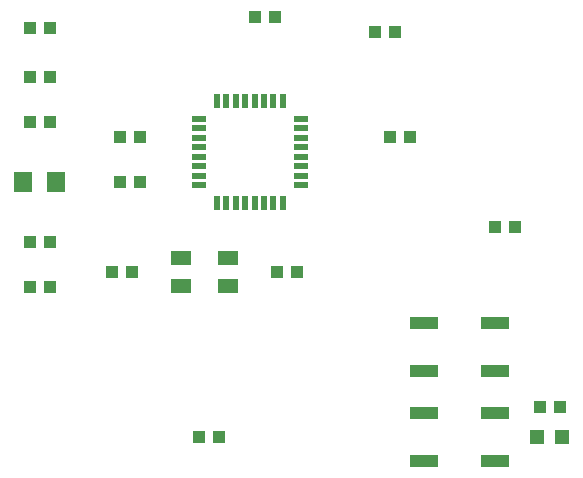
<source format=gtp>
G75*
G70*
%OFA0B0*%
%FSLAX24Y24*%
%IPPOS*%
%LPD*%
%AMOC8*
5,1,8,0,0,1.08239X$1,22.5*
%
%ADD10R,0.0433X0.0394*%
%ADD11R,0.0394X0.0433*%
%ADD12R,0.0500X0.0220*%
%ADD13R,0.0220X0.0500*%
%ADD14R,0.0945X0.0394*%
%ADD15R,0.0630X0.0709*%
%ADD16R,0.0709X0.0472*%
%ADD17R,0.0472X0.0472*%
D10*
X010264Y008180D03*
X010934Y008180D03*
X011184Y011180D03*
X010514Y011180D03*
X010514Y012680D03*
X011184Y012680D03*
X008184Y016305D03*
X007514Y016305D03*
X015014Y016680D03*
X015684Y016680D03*
X015764Y008180D03*
X016434Y008180D03*
D11*
X007514Y007680D03*
X008184Y007680D03*
X008184Y009180D03*
X007514Y009180D03*
X007514Y013180D03*
X008184Y013180D03*
X008184Y014680D03*
X007514Y014680D03*
X019014Y016180D03*
X019684Y016180D03*
X019514Y012680D03*
X020184Y012680D03*
X023014Y009680D03*
X023684Y009680D03*
X024514Y003680D03*
X025184Y003680D03*
X013809Y002680D03*
X013139Y002680D03*
D12*
X013159Y011078D03*
X013159Y011393D03*
X013159Y011708D03*
X013159Y012023D03*
X013159Y012337D03*
X013159Y012652D03*
X013159Y012967D03*
X013159Y013282D03*
X016539Y013282D03*
X016539Y012967D03*
X016539Y012652D03*
X016539Y012337D03*
X016539Y012023D03*
X016539Y011708D03*
X016539Y011393D03*
X016539Y011078D03*
D13*
X015951Y010490D03*
X015636Y010490D03*
X015321Y010490D03*
X015007Y010490D03*
X014692Y010490D03*
X014377Y010490D03*
X014062Y010490D03*
X013747Y010490D03*
X013747Y013870D03*
X014062Y013870D03*
X014377Y013870D03*
X014692Y013870D03*
X015007Y013870D03*
X015321Y013870D03*
X015636Y013870D03*
X015951Y013870D03*
D14*
X020668Y006467D03*
X020668Y004893D03*
X020668Y003467D03*
X020668Y001893D03*
X023030Y001893D03*
X023030Y003467D03*
X023030Y004893D03*
X023030Y006467D03*
D15*
X008400Y011180D03*
X007298Y011180D03*
D16*
X012562Y008652D03*
X012562Y007708D03*
X014136Y007708D03*
X014136Y008652D03*
D17*
X024436Y002680D03*
X025262Y002680D03*
M02*

</source>
